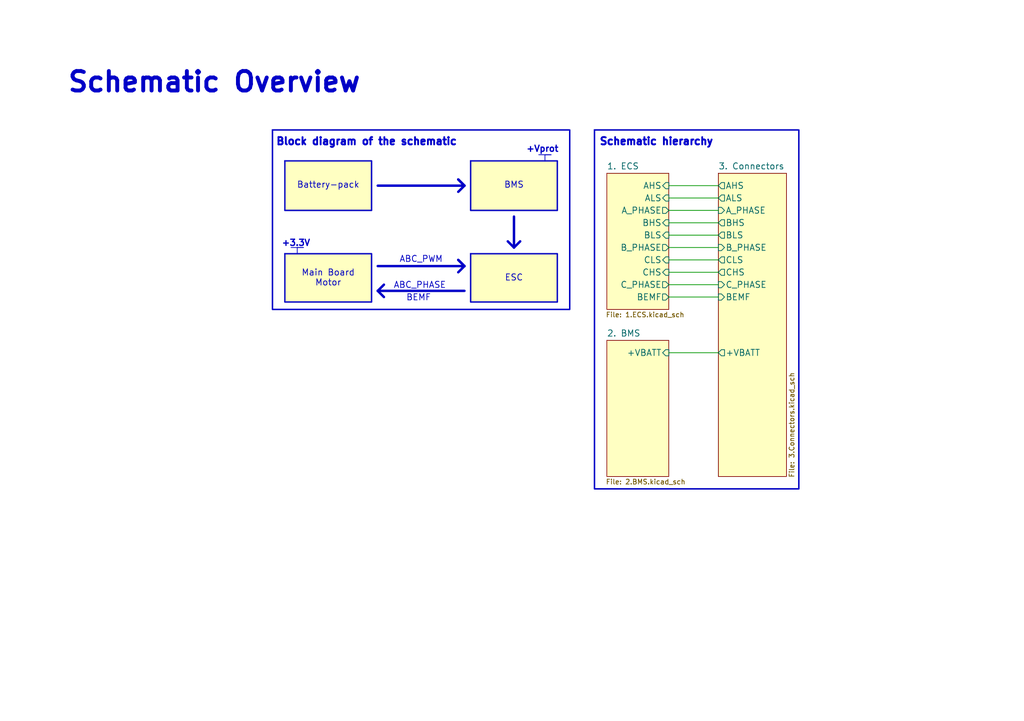
<source format=kicad_sch>
(kicad_sch
	(version 20250114)
	(generator "eeschema")
	(generator_version "9.0")
	(uuid "64aee9f2-a448-43ef-b28d-f00e276bd9f5")
	(paper "A5")
	(title_block
		(title "SPROJ3EE ESC & BMS")
		(date "2025-10-25")
		(rev "1.0")
		(company "SDU")
		(comment 1 "Author: Theodor E. D. Hansen")
		(comment 2 "Author: Viktorio Milanov")
	)
	(lib_symbols)
	(rectangle
		(start 58.42 52.07)
		(end 76.2 61.976)
		(stroke
			(width 0.3)
			(type solid)
		)
		(fill
			(type color)
			(color 255 255 194 1)
		)
		(uuid 4964e552-3106-4b25-805d-1f7839213f50)
	)
	(rectangle
		(start 121.92 26.67)
		(end 163.83 100.33)
		(stroke
			(width 0.3)
			(type solid)
		)
		(fill
			(type none)
		)
		(uuid 653e3af1-c475-45ac-a629-3eb2f55458d8)
	)
	(rectangle
		(start 96.52 52.07)
		(end 114.3 61.976)
		(stroke
			(width 0.3)
			(type solid)
		)
		(fill
			(type color)
			(color 255 255 194 1)
		)
		(uuid 6a568378-47f1-4705-86ea-ed4ce7ed40ab)
	)
	(rectangle
		(start 96.52 33.02)
		(end 114.3 43.18)
		(stroke
			(width 0.3)
			(type solid)
		)
		(fill
			(type color)
			(color 255 255 194 1)
		)
		(uuid 86e2f405-fd23-4bab-84f2-148e1703e58d)
	)
	(rectangle
		(start 58.42 33.02)
		(end 76.2 43.18)
		(stroke
			(width 0.3)
			(type solid)
		)
		(fill
			(type color)
			(color 255 255 194 1)
		)
		(uuid 9afe7f22-63f5-4d10-ba89-3e34d7fdf951)
	)
	(rectangle
		(start 55.88 26.67)
		(end 116.84 63.5)
		(stroke
			(width 0.3)
			(type solid)
		)
		(fill
			(type none)
		)
		(uuid fc3e2ed0-7008-4edb-92e6-13d75732b4bd)
	)
	(text "Schematic Overview"
		(exclude_from_sim no)
		(at 43.942 17.018 0)
		(effects
			(font
				(size 4 4)
				(thickness 0.8)
				(bold yes)
			)
		)
		(uuid "10fb77ce-967b-4633-a0cc-e48021af228f")
	)
	(text "+Vprot"
		(exclude_from_sim no)
		(at 111.252 30.734 0)
		(effects
			(font
				(size 1.27 1.27)
				(thickness 0.254)
				(bold yes)
			)
		)
		(uuid "751139a9-8bee-42b4-b03f-6db864af6fdf")
	)
	(text "+3.3V"
		(exclude_from_sim no)
		(at 60.706 50.038 0)
		(effects
			(font
				(size 1.27 1.27)
				(thickness 0.254)
				(bold yes)
			)
		)
		(uuid "7551f01f-fcda-413e-8ca0-f026a2a25fe1")
	)
	(text "Schematic hierarchy"
		(exclude_from_sim no)
		(at 134.62 29.21 0)
		(effects
			(font
				(size 1.5 1.5)
				(thickness 0.508)
				(bold yes)
			)
		)
		(uuid "860be514-44b9-48af-802f-fb24e13b0349")
	)
	(text "Battery-pack"
		(exclude_from_sim no)
		(at 67.31 38.1 0)
		(effects
			(font
				(size 1.27 1.27)
			)
		)
		(uuid "88fceb09-c042-4c70-b188-494b28a1de71")
	)
	(text "Main Board\nMotor"
		(exclude_from_sim no)
		(at 67.31 57.15 0)
		(effects
			(font
				(size 1.27 1.27)
			)
		)
		(uuid "8a0ea923-245d-498e-b53a-7463faaa1f46")
	)
	(text "ABC_PWM"
		(exclude_from_sim no)
		(at 86.36 53.34 0)
		(effects
			(font
				(size 1.27 1.27)
			)
		)
		(uuid "9a46730d-c342-416c-b50e-9768fca4b655")
	)
	(text "Block diagram of the schematic"
		(exclude_from_sim no)
		(at 75.184 29.21 0)
		(effects
			(font
				(size 1.5 1.5)
				(thickness 0.508)
				(bold yes)
			)
		)
		(uuid "a92e63a0-d1fe-459d-bdd2-7f27099953d7")
	)
	(text "ABC_PHASE"
		(exclude_from_sim no)
		(at 86.106 58.674 0)
		(effects
			(font
				(size 1.27 1.27)
			)
		)
		(uuid "b37bc47e-47ad-469b-9d2e-20f3f85a8efb")
	)
	(text "BEMF"
		(exclude_from_sim no)
		(at 85.852 61.214 0)
		(effects
			(font
				(size 1.27 1.27)
			)
		)
		(uuid "bc94afa0-f04c-4aa7-8c5c-a25dddb6df35")
	)
	(text "ESC"
		(exclude_from_sim no)
		(at 105.41 57.15 0)
		(effects
			(font
				(size 1.27 1.27)
			)
		)
		(uuid "cc19e11b-ff29-4f8b-87ae-e2303ae228f5")
	)
	(text "BMS"
		(exclude_from_sim no)
		(at 105.41 38.1 0)
		(effects
			(font
				(size 1.27 1.27)
			)
		)
		(uuid "dd86bc80-e480-4b12-8f93-26e59b757e0f")
	)
	(polyline
		(pts
			(xy 78.74 58.42) (xy 77.47 59.69)
		)
		(stroke
			(width 0.5)
			(type default)
		)
		(uuid "020430a4-a832-493e-a669-1fc8cad32da6")
	)
	(polyline
		(pts
			(xy 77.47 38.1) (xy 95.25 38.1)
		)
		(stroke
			(width 0.5)
			(type solid)
		)
		(uuid "0e065a71-5411-44a2-aac4-7fade519762f")
	)
	(polyline
		(pts
			(xy 95.25 59.69) (xy 77.47 59.69)
		)
		(stroke
			(width 0.5)
			(type default)
		)
		(uuid "15c1c286-e723-4688-977d-1eb9ec58ca6a")
	)
	(polyline
		(pts
			(xy 77.47 54.61) (xy 95.25 54.61)
		)
		(stroke
			(width 0.5)
			(type solid)
		)
		(uuid "16b0b6a0-8b1a-4bd2-bcab-6483544c4f6f")
	)
	(polyline
		(pts
			(xy 93.98 39.37) (xy 95.25 38.1)
		)
		(stroke
			(width 0.5)
			(type solid)
		)
		(uuid "1946af02-5c13-4a44-a350-bbf36cce44dd")
	)
	(wire
		(pts
			(xy 137.16 45.72) (xy 147.32 45.72)
		)
		(stroke
			(width 0)
			(type default)
		)
		(uuid "1eba5ede-559e-4cb3-a35a-b05fdb671cac")
	)
	(wire
		(pts
			(xy 137.16 53.34) (xy 147.32 53.34)
		)
		(stroke
			(width 0)
			(type default)
		)
		(uuid "35b3cb23-84b4-43a7-a7dd-2e19625cd833")
	)
	(polyline
		(pts
			(xy 105.41 44.45) (xy 105.41 50.8)
		)
		(stroke
			(width 0.5)
			(type solid)
		)
		(uuid "46517ee9-b964-4269-9b89-12a0d7f5720d")
	)
	(wire
		(pts
			(xy 137.16 55.88) (xy 147.32 55.88)
		)
		(stroke
			(width 0)
			(type default)
		)
		(uuid "540922e3-d442-4793-b621-1c1456026ab3")
	)
	(polyline
		(pts
			(xy 111.76 31.75) (xy 113.03 31.75)
		)
		(stroke
			(width 0)
			(type default)
		)
		(uuid "58b8f293-d91c-48d9-8a9f-bc62fb746217")
	)
	(wire
		(pts
			(xy 137.16 40.64) (xy 147.32 40.64)
		)
		(stroke
			(width 0)
			(type default)
		)
		(uuid "5a1d93f2-98a9-43c1-8544-c4fb84cb9355")
	)
	(polyline
		(pts
			(xy 60.96 50.8) (xy 62.23 50.8)
		)
		(stroke
			(width 0)
			(type default)
		)
		(uuid "6255d890-6ecf-49c5-886d-ae3659817d01")
	)
	(polyline
		(pts
			(xy 105.41 50.8) (xy 106.68 49.53)
		)
		(stroke
			(width 0.5)
			(type solid)
		)
		(uuid "6b6bf91d-b721-4785-aaf8-33dee7ca8993")
	)
	(wire
		(pts
			(xy 137.16 43.18) (xy 147.32 43.18)
		)
		(stroke
			(width 0)
			(type default)
		)
		(uuid "74ef64b4-6f45-4fae-a711-bdcf05c13b94")
	)
	(polyline
		(pts
			(xy 93.98 36.83) (xy 95.25 38.1)
		)
		(stroke
			(width 0.5)
			(type solid)
		)
		(uuid "76102e14-ec71-4c44-a666-16cc032a7842")
	)
	(wire
		(pts
			(xy 137.16 58.42) (xy 147.32 58.42)
		)
		(stroke
			(width 0)
			(type default)
		)
		(uuid "7c0023bb-d68c-43be-a2af-f20762cd6b51")
	)
	(wire
		(pts
			(xy 137.16 48.26) (xy 147.32 48.26)
		)
		(stroke
			(width 0)
			(type default)
		)
		(uuid "7ccc9269-3151-4fae-9a0d-085b13439be2")
	)
	(polyline
		(pts
			(xy 110.49 31.75) (xy 113.03 31.75)
		)
		(stroke
			(width 0)
			(type default)
		)
		(uuid "88a6ecf6-fa1c-48ad-beea-a202d39ffc45")
	)
	(polyline
		(pts
			(xy 93.98 36.83) (xy 95.25 38.1)
		)
		(stroke
			(width 0.5)
			(type solid)
		)
		(uuid "8e5409a6-7365-471c-86a2-3cdee00de762")
	)
	(polyline
		(pts
			(xy 60.96 50.8) (xy 60.96 52.07)
		)
		(stroke
			(width 0)
			(type default)
		)
		(uuid "9b04b2ad-4f38-4cef-8542-d31b6b4e1be3")
	)
	(polyline
		(pts
			(xy 77.47 59.69) (xy 78.74 60.96)
		)
		(stroke
			(width 0.5)
			(type default)
		)
		(uuid "9e60663e-376d-4743-a6b8-53aa89f6e6a9")
	)
	(wire
		(pts
			(xy 137.16 60.96) (xy 147.32 60.96)
		)
		(stroke
			(width 0)
			(type default)
		)
		(uuid "b1f53ba6-c115-4af2-84ef-ec9faddef7cb")
	)
	(wire
		(pts
			(xy 137.16 38.1) (xy 147.32 38.1)
		)
		(stroke
			(width 0)
			(type default)
		)
		(uuid "b218e2f7-5374-4ebf-9d93-31eb2f1b7a2e")
	)
	(polyline
		(pts
			(xy 111.76 31.75) (xy 111.76 33.02)
		)
		(stroke
			(width 0)
			(type default)
		)
		(uuid "c7c14793-c08b-4642-8a38-8fb7b904d7e2")
	)
	(polyline
		(pts
			(xy 59.69 50.8) (xy 62.23 50.8)
		)
		(stroke
			(width 0)
			(type default)
		)
		(uuid "d10d3472-a247-415d-a410-72010912e241")
	)
	(polyline
		(pts
			(xy 93.98 53.34) (xy 95.25 54.61)
		)
		(stroke
			(width 0.5)
			(type solid)
		)
		(uuid "dc317e95-e91f-43e9-b949-c29fd7e97213")
	)
	(wire
		(pts
			(xy 137.16 72.39) (xy 147.32 72.39)
		)
		(stroke
			(width 0)
			(type default)
		)
		(uuid "ebf0d9ba-5e73-4a9d-b637-78805f7f58d6")
	)
	(polyline
		(pts
			(xy 93.98 55.88) (xy 95.25 54.61)
		)
		(stroke
			(width 0.5)
			(type solid)
		)
		(uuid "f1472bbc-96fe-42a0-8361-5c8fe1fce0ab")
	)
	(wire
		(pts
			(xy 137.16 50.8) (xy 147.32 50.8)
		)
		(stroke
			(width 0)
			(type default)
		)
		(uuid "f9dddb8d-c071-4d46-8e27-8965faac2b47")
	)
	(polyline
		(pts
			(xy 104.14 49.53) (xy 105.41 50.8)
		)
		(stroke
			(width 0.5)
			(type solid)
		)
		(uuid "fb512ac9-1159-4015-b9d7-995d632fc988")
	)
	(polyline
		(pts
			(xy 95.25 54.61) (xy 93.98 53.34)
		)
		(stroke
			(width 0.5)
			(type solid)
		)
		(uuid "fe83d8e3-ea46-4f78-97f5-bd6b94356340")
	)
	(sheet
		(at 147.32 35.56)
		(size 13.97 62.23)
		(exclude_from_sim no)
		(in_bom yes)
		(on_board yes)
		(dnp no)
		(stroke
			(width 0.1524)
			(type solid)
		)
		(fill
			(color 255 255 194 1.0000)
		)
		(uuid "b843d17e-7d6d-4569-97d7-0fdd5bf8acb0")
		(property "Sheetname" "3. Connectors"
			(at 147.32 34.8484 0)
			(effects
				(font
					(size 1.27 1.27)
				)
				(justify left bottom)
			)
		)
		(property "Sheetfile" "3.Connectors.kicad_sch"
			(at 161.798 98.044 90)
			(effects
				(font
					(size 1 1)
				)
				(justify left top)
			)
		)
		(pin "A_PHASE" input
			(at 147.32 43.18 180)
			(uuid "4f6c2a20-1b89-4e76-8c39-3724b84ced49")
			(effects
				(font
					(size 1.27 1.27)
				)
				(justify left)
			)
		)
		(pin "B_PHASE" input
			(at 147.32 50.8 180)
			(uuid "c00c26ce-fe37-4a8b-8741-5a5262304df0")
			(effects
				(font
					(size 1.27 1.27)
				)
				(justify left)
			)
		)
		(pin "C_PHASE" input
			(at 147.32 58.42 180)
			(uuid "a937bf6b-5e6a-4df8-a906-f9cce188cea1")
			(effects
				(font
					(size 1.27 1.27)
				)
				(justify left)
			)
		)
		(pin "AHS" output
			(at 147.32 38.1 180)
			(uuid "548c47cf-7139-4e25-a093-ef1df17e93be")
			(effects
				(font
					(size 1.27 1.27)
				)
				(justify left)
			)
		)
		(pin "BHS" output
			(at 147.32 45.72 180)
			(uuid "5305da89-185a-48b0-9321-8703de9f506c")
			(effects
				(font
					(size 1.27 1.27)
				)
				(justify left)
			)
		)
		(pin "CLS" output
			(at 147.32 53.34 180)
			(uuid "16df632f-8fb7-401c-b04b-44f30ebe9857")
			(effects
				(font
					(size 1.27 1.27)
				)
				(justify left)
			)
		)
		(pin "BLS" output
			(at 147.32 48.26 180)
			(uuid "04918d87-d699-416f-a8b4-e003e591a2d8")
			(effects
				(font
					(size 1.27 1.27)
				)
				(justify left)
			)
		)
		(pin "CHS" output
			(at 147.32 55.88 180)
			(uuid "aeb2fcd0-5a28-4842-b653-4ca3590aa457")
			(effects
				(font
					(size 1.27 1.27)
				)
				(justify left)
			)
		)
		(pin "ALS" output
			(at 147.32 40.64 180)
			(uuid "80e09988-44e3-4937-95b7-01e666d8dbc7")
			(effects
				(font
					(size 1.27 1.27)
				)
				(justify left)
			)
		)
		(pin "BEMF" input
			(at 147.32 60.96 180)
			(uuid "54101435-1ee0-440f-a51e-f6878a58b35c")
			(effects
				(font
					(size 1.27 1.27)
				)
				(justify left)
			)
		)
		(pin "+VBATT" output
			(at 147.32 72.39 180)
			(uuid "6c7ee984-8bd1-4275-9e85-42d373f63155")
			(effects
				(font
					(size 1.27 1.27)
				)
				(justify left)
			)
		)
		(instances
			(project "SPROJ3EE_ESC_BMS"
				(path "/64aee9f2-a448-43ef-b28d-f00e276bd9f5"
					(page "4")
				)
			)
		)
	)
	(sheet
		(at 124.46 35.56)
		(size 12.7 27.94)
		(exclude_from_sim no)
		(in_bom yes)
		(on_board yes)
		(dnp no)
		(stroke
			(width 0.1524)
			(type solid)
		)
		(fill
			(color 255 255 194 1.0000)
		)
		(uuid "cbf19aec-b6c8-49c6-ab18-d6d5f10759f9")
		(property "Sheetname" "1. ECS"
			(at 124.46 34.8484 0)
			(effects
				(font
					(size 1.27 1.27)
				)
				(justify left bottom)
			)
		)
		(property "Sheetfile" "1.ECS.kicad_sch"
			(at 124.206 64.008 0)
			(effects
				(font
					(size 1 1)
				)
				(justify left top)
			)
		)
		(pin "AHS" input
			(at 137.16 38.1 0)
			(uuid "448d6944-1a79-4d1d-8676-8518074b3944")
			(effects
				(font
					(size 1.27 1.27)
				)
				(justify right)
			)
		)
		(pin "ALS" input
			(at 137.16 40.64 0)
			(uuid "5b43be62-7ab8-421d-b959-e8e5a78b1da9")
			(effects
				(font
					(size 1.27 1.27)
				)
				(justify right)
			)
		)
		(pin "A_PHASE" output
			(at 137.16 43.18 0)
			(uuid "81a155c2-c0e5-4818-b601-e617a8701568")
			(effects
				(font
					(size 1.27 1.27)
				)
				(justify right)
			)
		)
		(pin "CHS" input
			(at 137.16 55.88 0)
			(uuid "907f6e14-374f-4c1b-8248-44766fc33c89")
			(effects
				(font
					(size 1.27 1.27)
				)
				(justify right)
			)
		)
		(pin "BLS" input
			(at 137.16 48.26 0)
			(uuid "958473f7-3da8-48ff-a75c-14cc36128e51")
			(effects
				(font
					(size 1.27 1.27)
				)
				(justify right)
			)
		)
		(pin "BHS" input
			(at 137.16 45.72 0)
			(uuid "320cac63-30be-4294-acab-1852f2678196")
			(effects
				(font
					(size 1.27 1.27)
				)
				(justify right)
			)
		)
		(pin "C_PHASE" output
			(at 137.16 58.42 0)
			(uuid "c0e8fb1b-1913-4034-bb0e-fabefc1f079b")
			(effects
				(font
					(size 1.27 1.27)
				)
				(justify right)
			)
		)
		(pin "CLS" input
			(at 137.16 53.34 0)
			(uuid "2f33ca3e-6315-4814-9799-d34ddc6865c2")
			(effects
				(font
					(size 1.27 1.27)
				)
				(justify right)
			)
		)
		(pin "B_PHASE" output
			(at 137.16 50.8 0)
			(uuid "c67f3f60-9136-481f-9705-ad0a2e2bdc08")
			(effects
				(font
					(size 1.27 1.27)
				)
				(justify right)
			)
		)
		(pin "BEMF" output
			(at 137.16 60.96 0)
			(uuid "73b74a37-6d7e-4ca8-9363-aaee7f824d69")
			(effects
				(font
					(size 1.27 1.27)
				)
				(justify right)
			)
		)
		(instances
			(project "SPROJ3EE_ESC_BMS"
				(path "/64aee9f2-a448-43ef-b28d-f00e276bd9f5"
					(page "2")
				)
			)
		)
	)
	(sheet
		(at 124.46 69.85)
		(size 12.7 27.94)
		(exclude_from_sim no)
		(in_bom yes)
		(on_board yes)
		(dnp no)
		(stroke
			(width 0.1524)
			(type solid)
		)
		(fill
			(color 255 255 194 1.0000)
		)
		(uuid "eb2740b7-11f5-4644-9e72-e71a449b99af")
		(property "Sheetname" "2. BMS"
			(at 124.46 69.1384 0)
			(effects
				(font
					(size 1.27 1.27)
				)
				(justify left bottom)
			)
		)
		(property "Sheetfile" "2.BMS.kicad_sch"
			(at 124.206 98.298 0)
			(effects
				(font
					(size 1 1)
				)
				(justify left top)
			)
		)
		(pin "+VBATT" input
			(at 137.16 72.39 0)
			(uuid "147d9abb-4adc-4e66-aecf-12019758bbc8")
			(effects
				(font
					(size 1.27 1.27)
				)
				(justify right)
			)
		)
		(instances
			(project "SPROJ3EE_ESC_BMS"
				(path "/64aee9f2-a448-43ef-b28d-f00e276bd9f5"
					(page "3")
				)
			)
		)
	)
	(sheet_instances
		(path "/"
			(page "1")
		)
	)
	(embedded_fonts no)
)

</source>
